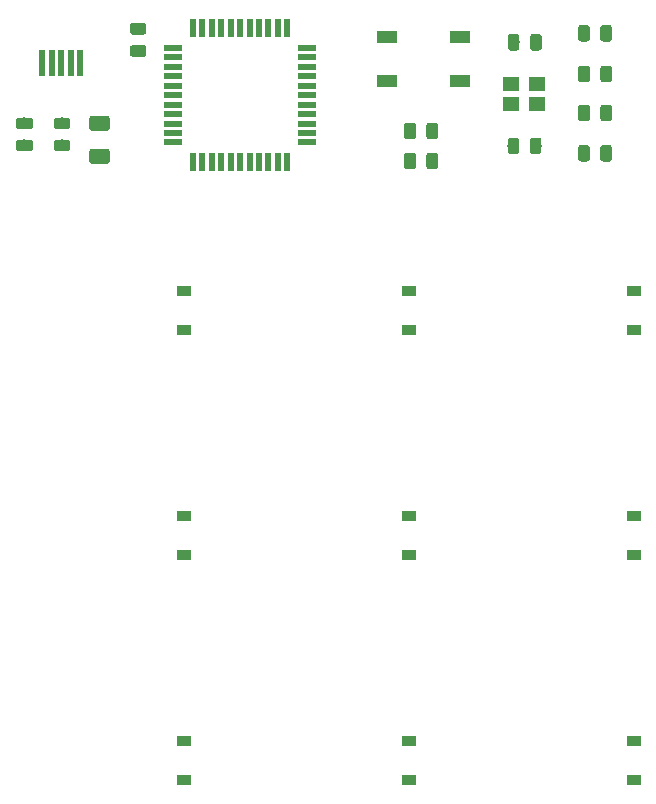
<source format=gtp>
G04 #@! TF.GenerationSoftware,KiCad,Pcbnew,(5.1.2)-2*
G04 #@! TF.CreationDate,2019-08-06T13:22:13-07:00*
G04 #@! TF.ProjectId,first-keyboard,66697273-742d-46b6-9579-626f6172642e,rev?*
G04 #@! TF.SameCoordinates,Original*
G04 #@! TF.FileFunction,Paste,Top*
G04 #@! TF.FilePolarity,Positive*
%FSLAX46Y46*%
G04 Gerber Fmt 4.6, Leading zero omitted, Abs format (unit mm)*
G04 Created by KiCad (PCBNEW (5.1.2)-2) date 2019-08-06 13:22:13*
%MOMM*%
%LPD*%
G04 APERTURE LIST*
%ADD10R,0.500000X2.250000*%
%ADD11R,1.400000X1.200000*%
%ADD12R,1.500000X0.550000*%
%ADD13R,0.550000X1.500000*%
%ADD14R,1.800000X1.100000*%
%ADD15C,0.100000*%
%ADD16C,0.975000*%
%ADD17C,1.250000*%
%ADD18R,1.200000X0.900000*%
G04 APERTURE END LIST*
D10*
X77648000Y-62412000D03*
X78448000Y-62412000D03*
X79248000Y-62412000D03*
X80048000Y-62412000D03*
X80848000Y-62412000D03*
D11*
X119534750Y-65862750D03*
X117334750Y-65862750D03*
X117334750Y-64162750D03*
X119534750Y-64162750D03*
D12*
X88692750Y-69119250D03*
X88692750Y-68319250D03*
X88692750Y-67519250D03*
X88692750Y-66719250D03*
X88692750Y-65919250D03*
X88692750Y-65119250D03*
X88692750Y-64319250D03*
X88692750Y-63519250D03*
X88692750Y-62719250D03*
X88692750Y-61919250D03*
X88692750Y-61119250D03*
D13*
X90392750Y-59419250D03*
X91192750Y-59419250D03*
X91992750Y-59419250D03*
X92792750Y-59419250D03*
X93592750Y-59419250D03*
X94392750Y-59419250D03*
X95192750Y-59419250D03*
X95992750Y-59419250D03*
X96792750Y-59419250D03*
X97592750Y-59419250D03*
X98392750Y-59419250D03*
D12*
X100092750Y-61119250D03*
X100092750Y-61919250D03*
X100092750Y-62719250D03*
X100092750Y-63519250D03*
X100092750Y-64319250D03*
X100092750Y-65119250D03*
X100092750Y-65919250D03*
X100092750Y-66719250D03*
X100092750Y-67519250D03*
X100092750Y-68319250D03*
X100092750Y-69119250D03*
D13*
X98392750Y-70819250D03*
X97592750Y-70819250D03*
X96792750Y-70819250D03*
X95992750Y-70819250D03*
X95192750Y-70819250D03*
X94392750Y-70819250D03*
X93592750Y-70819250D03*
X92792750Y-70819250D03*
X91992750Y-70819250D03*
X91192750Y-70819250D03*
X90392750Y-70819250D03*
D14*
X106786750Y-63889500D03*
X112986750Y-60189500D03*
X106786750Y-60189500D03*
X112986750Y-63889500D03*
D15*
G36*
X86236892Y-59013174D02*
G01*
X86260553Y-59016684D01*
X86283757Y-59022496D01*
X86306279Y-59030554D01*
X86327903Y-59040782D01*
X86348420Y-59053079D01*
X86367633Y-59067329D01*
X86385357Y-59083393D01*
X86401421Y-59101117D01*
X86415671Y-59120330D01*
X86427968Y-59140847D01*
X86438196Y-59162471D01*
X86446254Y-59184993D01*
X86452066Y-59208197D01*
X86455576Y-59231858D01*
X86456750Y-59255750D01*
X86456750Y-59743250D01*
X86455576Y-59767142D01*
X86452066Y-59790803D01*
X86446254Y-59814007D01*
X86438196Y-59836529D01*
X86427968Y-59858153D01*
X86415671Y-59878670D01*
X86401421Y-59897883D01*
X86385357Y-59915607D01*
X86367633Y-59931671D01*
X86348420Y-59945921D01*
X86327903Y-59958218D01*
X86306279Y-59968446D01*
X86283757Y-59976504D01*
X86260553Y-59982316D01*
X86236892Y-59985826D01*
X86213000Y-59987000D01*
X85300500Y-59987000D01*
X85276608Y-59985826D01*
X85252947Y-59982316D01*
X85229743Y-59976504D01*
X85207221Y-59968446D01*
X85185597Y-59958218D01*
X85165080Y-59945921D01*
X85145867Y-59931671D01*
X85128143Y-59915607D01*
X85112079Y-59897883D01*
X85097829Y-59878670D01*
X85085532Y-59858153D01*
X85075304Y-59836529D01*
X85067246Y-59814007D01*
X85061434Y-59790803D01*
X85057924Y-59767142D01*
X85056750Y-59743250D01*
X85056750Y-59255750D01*
X85057924Y-59231858D01*
X85061434Y-59208197D01*
X85067246Y-59184993D01*
X85075304Y-59162471D01*
X85085532Y-59140847D01*
X85097829Y-59120330D01*
X85112079Y-59101117D01*
X85128143Y-59083393D01*
X85145867Y-59067329D01*
X85165080Y-59053079D01*
X85185597Y-59040782D01*
X85207221Y-59030554D01*
X85229743Y-59022496D01*
X85252947Y-59016684D01*
X85276608Y-59013174D01*
X85300500Y-59012000D01*
X86213000Y-59012000D01*
X86236892Y-59013174D01*
X86236892Y-59013174D01*
G37*
D16*
X85756750Y-59499500D03*
D15*
G36*
X86236892Y-60888174D02*
G01*
X86260553Y-60891684D01*
X86283757Y-60897496D01*
X86306279Y-60905554D01*
X86327903Y-60915782D01*
X86348420Y-60928079D01*
X86367633Y-60942329D01*
X86385357Y-60958393D01*
X86401421Y-60976117D01*
X86415671Y-60995330D01*
X86427968Y-61015847D01*
X86438196Y-61037471D01*
X86446254Y-61059993D01*
X86452066Y-61083197D01*
X86455576Y-61106858D01*
X86456750Y-61130750D01*
X86456750Y-61618250D01*
X86455576Y-61642142D01*
X86452066Y-61665803D01*
X86446254Y-61689007D01*
X86438196Y-61711529D01*
X86427968Y-61733153D01*
X86415671Y-61753670D01*
X86401421Y-61772883D01*
X86385357Y-61790607D01*
X86367633Y-61806671D01*
X86348420Y-61820921D01*
X86327903Y-61833218D01*
X86306279Y-61843446D01*
X86283757Y-61851504D01*
X86260553Y-61857316D01*
X86236892Y-61860826D01*
X86213000Y-61862000D01*
X85300500Y-61862000D01*
X85276608Y-61860826D01*
X85252947Y-61857316D01*
X85229743Y-61851504D01*
X85207221Y-61843446D01*
X85185597Y-61833218D01*
X85165080Y-61820921D01*
X85145867Y-61806671D01*
X85128143Y-61790607D01*
X85112079Y-61772883D01*
X85097829Y-61753670D01*
X85085532Y-61733153D01*
X85075304Y-61711529D01*
X85067246Y-61689007D01*
X85061434Y-61665803D01*
X85057924Y-61642142D01*
X85056750Y-61618250D01*
X85056750Y-61130750D01*
X85057924Y-61106858D01*
X85061434Y-61083197D01*
X85067246Y-61059993D01*
X85075304Y-61037471D01*
X85085532Y-61015847D01*
X85097829Y-60995330D01*
X85112079Y-60976117D01*
X85128143Y-60958393D01*
X85145867Y-60942329D01*
X85165080Y-60928079D01*
X85185597Y-60915782D01*
X85207221Y-60905554D01*
X85229743Y-60897496D01*
X85252947Y-60891684D01*
X85276608Y-60888174D01*
X85300500Y-60887000D01*
X86213000Y-60887000D01*
X86236892Y-60888174D01*
X86236892Y-60888174D01*
G37*
D16*
X85756750Y-61374500D03*
D15*
G36*
X109041392Y-67436674D02*
G01*
X109065053Y-67440184D01*
X109088257Y-67445996D01*
X109110779Y-67454054D01*
X109132403Y-67464282D01*
X109152920Y-67476579D01*
X109172133Y-67490829D01*
X109189857Y-67506893D01*
X109205921Y-67524617D01*
X109220171Y-67543830D01*
X109232468Y-67564347D01*
X109242696Y-67585971D01*
X109250754Y-67608493D01*
X109256566Y-67631697D01*
X109260076Y-67655358D01*
X109261250Y-67679250D01*
X109261250Y-68591750D01*
X109260076Y-68615642D01*
X109256566Y-68639303D01*
X109250754Y-68662507D01*
X109242696Y-68685029D01*
X109232468Y-68706653D01*
X109220171Y-68727170D01*
X109205921Y-68746383D01*
X109189857Y-68764107D01*
X109172133Y-68780171D01*
X109152920Y-68794421D01*
X109132403Y-68806718D01*
X109110779Y-68816946D01*
X109088257Y-68825004D01*
X109065053Y-68830816D01*
X109041392Y-68834326D01*
X109017500Y-68835500D01*
X108530000Y-68835500D01*
X108506108Y-68834326D01*
X108482447Y-68830816D01*
X108459243Y-68825004D01*
X108436721Y-68816946D01*
X108415097Y-68806718D01*
X108394580Y-68794421D01*
X108375367Y-68780171D01*
X108357643Y-68764107D01*
X108341579Y-68746383D01*
X108327329Y-68727170D01*
X108315032Y-68706653D01*
X108304804Y-68685029D01*
X108296746Y-68662507D01*
X108290934Y-68639303D01*
X108287424Y-68615642D01*
X108286250Y-68591750D01*
X108286250Y-67679250D01*
X108287424Y-67655358D01*
X108290934Y-67631697D01*
X108296746Y-67608493D01*
X108304804Y-67585971D01*
X108315032Y-67564347D01*
X108327329Y-67543830D01*
X108341579Y-67524617D01*
X108357643Y-67506893D01*
X108375367Y-67490829D01*
X108394580Y-67476579D01*
X108415097Y-67464282D01*
X108436721Y-67454054D01*
X108459243Y-67445996D01*
X108482447Y-67440184D01*
X108506108Y-67436674D01*
X108530000Y-67435500D01*
X109017500Y-67435500D01*
X109041392Y-67436674D01*
X109041392Y-67436674D01*
G37*
D16*
X108773750Y-68135500D03*
D15*
G36*
X110916392Y-67436674D02*
G01*
X110940053Y-67440184D01*
X110963257Y-67445996D01*
X110985779Y-67454054D01*
X111007403Y-67464282D01*
X111027920Y-67476579D01*
X111047133Y-67490829D01*
X111064857Y-67506893D01*
X111080921Y-67524617D01*
X111095171Y-67543830D01*
X111107468Y-67564347D01*
X111117696Y-67585971D01*
X111125754Y-67608493D01*
X111131566Y-67631697D01*
X111135076Y-67655358D01*
X111136250Y-67679250D01*
X111136250Y-68591750D01*
X111135076Y-68615642D01*
X111131566Y-68639303D01*
X111125754Y-68662507D01*
X111117696Y-68685029D01*
X111107468Y-68706653D01*
X111095171Y-68727170D01*
X111080921Y-68746383D01*
X111064857Y-68764107D01*
X111047133Y-68780171D01*
X111027920Y-68794421D01*
X111007403Y-68806718D01*
X110985779Y-68816946D01*
X110963257Y-68825004D01*
X110940053Y-68830816D01*
X110916392Y-68834326D01*
X110892500Y-68835500D01*
X110405000Y-68835500D01*
X110381108Y-68834326D01*
X110357447Y-68830816D01*
X110334243Y-68825004D01*
X110311721Y-68816946D01*
X110290097Y-68806718D01*
X110269580Y-68794421D01*
X110250367Y-68780171D01*
X110232643Y-68764107D01*
X110216579Y-68746383D01*
X110202329Y-68727170D01*
X110190032Y-68706653D01*
X110179804Y-68685029D01*
X110171746Y-68662507D01*
X110165934Y-68639303D01*
X110162424Y-68615642D01*
X110161250Y-68591750D01*
X110161250Y-67679250D01*
X110162424Y-67655358D01*
X110165934Y-67631697D01*
X110171746Y-67608493D01*
X110179804Y-67585971D01*
X110190032Y-67564347D01*
X110202329Y-67543830D01*
X110216579Y-67524617D01*
X110232643Y-67506893D01*
X110250367Y-67490829D01*
X110269580Y-67476579D01*
X110290097Y-67464282D01*
X110311721Y-67454054D01*
X110334243Y-67445996D01*
X110357447Y-67440184D01*
X110381108Y-67436674D01*
X110405000Y-67435500D01*
X110892500Y-67435500D01*
X110916392Y-67436674D01*
X110916392Y-67436674D01*
G37*
D16*
X110648750Y-68135500D03*
D15*
G36*
X79791642Y-68889174D02*
G01*
X79815303Y-68892684D01*
X79838507Y-68898496D01*
X79861029Y-68906554D01*
X79882653Y-68916782D01*
X79903170Y-68929079D01*
X79922383Y-68943329D01*
X79940107Y-68959393D01*
X79956171Y-68977117D01*
X79970421Y-68996330D01*
X79982718Y-69016847D01*
X79992946Y-69038471D01*
X80001004Y-69060993D01*
X80006816Y-69084197D01*
X80010326Y-69107858D01*
X80011500Y-69131750D01*
X80011500Y-69619250D01*
X80010326Y-69643142D01*
X80006816Y-69666803D01*
X80001004Y-69690007D01*
X79992946Y-69712529D01*
X79982718Y-69734153D01*
X79970421Y-69754670D01*
X79956171Y-69773883D01*
X79940107Y-69791607D01*
X79922383Y-69807671D01*
X79903170Y-69821921D01*
X79882653Y-69834218D01*
X79861029Y-69844446D01*
X79838507Y-69852504D01*
X79815303Y-69858316D01*
X79791642Y-69861826D01*
X79767750Y-69863000D01*
X78855250Y-69863000D01*
X78831358Y-69861826D01*
X78807697Y-69858316D01*
X78784493Y-69852504D01*
X78761971Y-69844446D01*
X78740347Y-69834218D01*
X78719830Y-69821921D01*
X78700617Y-69807671D01*
X78682893Y-69791607D01*
X78666829Y-69773883D01*
X78652579Y-69754670D01*
X78640282Y-69734153D01*
X78630054Y-69712529D01*
X78621996Y-69690007D01*
X78616184Y-69666803D01*
X78612674Y-69643142D01*
X78611500Y-69619250D01*
X78611500Y-69131750D01*
X78612674Y-69107858D01*
X78616184Y-69084197D01*
X78621996Y-69060993D01*
X78630054Y-69038471D01*
X78640282Y-69016847D01*
X78652579Y-68996330D01*
X78666829Y-68977117D01*
X78682893Y-68959393D01*
X78700617Y-68943329D01*
X78719830Y-68929079D01*
X78740347Y-68916782D01*
X78761971Y-68906554D01*
X78784493Y-68898496D01*
X78807697Y-68892684D01*
X78831358Y-68889174D01*
X78855250Y-68888000D01*
X79767750Y-68888000D01*
X79791642Y-68889174D01*
X79791642Y-68889174D01*
G37*
D16*
X79311500Y-69375500D03*
D15*
G36*
X79791642Y-67014174D02*
G01*
X79815303Y-67017684D01*
X79838507Y-67023496D01*
X79861029Y-67031554D01*
X79882653Y-67041782D01*
X79903170Y-67054079D01*
X79922383Y-67068329D01*
X79940107Y-67084393D01*
X79956171Y-67102117D01*
X79970421Y-67121330D01*
X79982718Y-67141847D01*
X79992946Y-67163471D01*
X80001004Y-67185993D01*
X80006816Y-67209197D01*
X80010326Y-67232858D01*
X80011500Y-67256750D01*
X80011500Y-67744250D01*
X80010326Y-67768142D01*
X80006816Y-67791803D01*
X80001004Y-67815007D01*
X79992946Y-67837529D01*
X79982718Y-67859153D01*
X79970421Y-67879670D01*
X79956171Y-67898883D01*
X79940107Y-67916607D01*
X79922383Y-67932671D01*
X79903170Y-67946921D01*
X79882653Y-67959218D01*
X79861029Y-67969446D01*
X79838507Y-67977504D01*
X79815303Y-67983316D01*
X79791642Y-67986826D01*
X79767750Y-67988000D01*
X78855250Y-67988000D01*
X78831358Y-67986826D01*
X78807697Y-67983316D01*
X78784493Y-67977504D01*
X78761971Y-67969446D01*
X78740347Y-67959218D01*
X78719830Y-67946921D01*
X78700617Y-67932671D01*
X78682893Y-67916607D01*
X78666829Y-67898883D01*
X78652579Y-67879670D01*
X78640282Y-67859153D01*
X78630054Y-67837529D01*
X78621996Y-67815007D01*
X78616184Y-67791803D01*
X78612674Y-67768142D01*
X78611500Y-67744250D01*
X78611500Y-67256750D01*
X78612674Y-67232858D01*
X78616184Y-67209197D01*
X78621996Y-67185993D01*
X78630054Y-67163471D01*
X78640282Y-67141847D01*
X78652579Y-67121330D01*
X78666829Y-67102117D01*
X78682893Y-67084393D01*
X78700617Y-67068329D01*
X78719830Y-67054079D01*
X78740347Y-67041782D01*
X78761971Y-67031554D01*
X78784493Y-67023496D01*
X78807697Y-67017684D01*
X78831358Y-67014174D01*
X78855250Y-67013000D01*
X79767750Y-67013000D01*
X79791642Y-67014174D01*
X79791642Y-67014174D01*
G37*
D16*
X79311500Y-67500500D03*
D15*
G36*
X76616642Y-68889174D02*
G01*
X76640303Y-68892684D01*
X76663507Y-68898496D01*
X76686029Y-68906554D01*
X76707653Y-68916782D01*
X76728170Y-68929079D01*
X76747383Y-68943329D01*
X76765107Y-68959393D01*
X76781171Y-68977117D01*
X76795421Y-68996330D01*
X76807718Y-69016847D01*
X76817946Y-69038471D01*
X76826004Y-69060993D01*
X76831816Y-69084197D01*
X76835326Y-69107858D01*
X76836500Y-69131750D01*
X76836500Y-69619250D01*
X76835326Y-69643142D01*
X76831816Y-69666803D01*
X76826004Y-69690007D01*
X76817946Y-69712529D01*
X76807718Y-69734153D01*
X76795421Y-69754670D01*
X76781171Y-69773883D01*
X76765107Y-69791607D01*
X76747383Y-69807671D01*
X76728170Y-69821921D01*
X76707653Y-69834218D01*
X76686029Y-69844446D01*
X76663507Y-69852504D01*
X76640303Y-69858316D01*
X76616642Y-69861826D01*
X76592750Y-69863000D01*
X75680250Y-69863000D01*
X75656358Y-69861826D01*
X75632697Y-69858316D01*
X75609493Y-69852504D01*
X75586971Y-69844446D01*
X75565347Y-69834218D01*
X75544830Y-69821921D01*
X75525617Y-69807671D01*
X75507893Y-69791607D01*
X75491829Y-69773883D01*
X75477579Y-69754670D01*
X75465282Y-69734153D01*
X75455054Y-69712529D01*
X75446996Y-69690007D01*
X75441184Y-69666803D01*
X75437674Y-69643142D01*
X75436500Y-69619250D01*
X75436500Y-69131750D01*
X75437674Y-69107858D01*
X75441184Y-69084197D01*
X75446996Y-69060993D01*
X75455054Y-69038471D01*
X75465282Y-69016847D01*
X75477579Y-68996330D01*
X75491829Y-68977117D01*
X75507893Y-68959393D01*
X75525617Y-68943329D01*
X75544830Y-68929079D01*
X75565347Y-68916782D01*
X75586971Y-68906554D01*
X75609493Y-68898496D01*
X75632697Y-68892684D01*
X75656358Y-68889174D01*
X75680250Y-68888000D01*
X76592750Y-68888000D01*
X76616642Y-68889174D01*
X76616642Y-68889174D01*
G37*
D16*
X76136500Y-69375500D03*
D15*
G36*
X76616642Y-67014174D02*
G01*
X76640303Y-67017684D01*
X76663507Y-67023496D01*
X76686029Y-67031554D01*
X76707653Y-67041782D01*
X76728170Y-67054079D01*
X76747383Y-67068329D01*
X76765107Y-67084393D01*
X76781171Y-67102117D01*
X76795421Y-67121330D01*
X76807718Y-67141847D01*
X76817946Y-67163471D01*
X76826004Y-67185993D01*
X76831816Y-67209197D01*
X76835326Y-67232858D01*
X76836500Y-67256750D01*
X76836500Y-67744250D01*
X76835326Y-67768142D01*
X76831816Y-67791803D01*
X76826004Y-67815007D01*
X76817946Y-67837529D01*
X76807718Y-67859153D01*
X76795421Y-67879670D01*
X76781171Y-67898883D01*
X76765107Y-67916607D01*
X76747383Y-67932671D01*
X76728170Y-67946921D01*
X76707653Y-67959218D01*
X76686029Y-67969446D01*
X76663507Y-67977504D01*
X76640303Y-67983316D01*
X76616642Y-67986826D01*
X76592750Y-67988000D01*
X75680250Y-67988000D01*
X75656358Y-67986826D01*
X75632697Y-67983316D01*
X75609493Y-67977504D01*
X75586971Y-67969446D01*
X75565347Y-67959218D01*
X75544830Y-67946921D01*
X75525617Y-67932671D01*
X75507893Y-67916607D01*
X75491829Y-67898883D01*
X75477579Y-67879670D01*
X75465282Y-67859153D01*
X75455054Y-67837529D01*
X75446996Y-67815007D01*
X75441184Y-67791803D01*
X75437674Y-67768142D01*
X75436500Y-67744250D01*
X75436500Y-67256750D01*
X75437674Y-67232858D01*
X75441184Y-67209197D01*
X75446996Y-67185993D01*
X75455054Y-67163471D01*
X75465282Y-67141847D01*
X75477579Y-67121330D01*
X75491829Y-67102117D01*
X75507893Y-67084393D01*
X75525617Y-67068329D01*
X75544830Y-67054079D01*
X75565347Y-67041782D01*
X75586971Y-67031554D01*
X75609493Y-67023496D01*
X75632697Y-67017684D01*
X75656358Y-67014174D01*
X75680250Y-67013000D01*
X76592750Y-67013000D01*
X76616642Y-67014174D01*
X76616642Y-67014174D01*
G37*
D16*
X76136500Y-67500500D03*
D15*
G36*
X83136004Y-69676704D02*
G01*
X83160273Y-69680304D01*
X83184071Y-69686265D01*
X83207171Y-69694530D01*
X83229349Y-69705020D01*
X83250393Y-69717633D01*
X83270098Y-69732247D01*
X83288277Y-69748723D01*
X83304753Y-69766902D01*
X83319367Y-69786607D01*
X83331980Y-69807651D01*
X83342470Y-69829829D01*
X83350735Y-69852929D01*
X83356696Y-69876727D01*
X83360296Y-69900996D01*
X83361500Y-69925500D01*
X83361500Y-70675500D01*
X83360296Y-70700004D01*
X83356696Y-70724273D01*
X83350735Y-70748071D01*
X83342470Y-70771171D01*
X83331980Y-70793349D01*
X83319367Y-70814393D01*
X83304753Y-70834098D01*
X83288277Y-70852277D01*
X83270098Y-70868753D01*
X83250393Y-70883367D01*
X83229349Y-70895980D01*
X83207171Y-70906470D01*
X83184071Y-70914735D01*
X83160273Y-70920696D01*
X83136004Y-70924296D01*
X83111500Y-70925500D01*
X81861500Y-70925500D01*
X81836996Y-70924296D01*
X81812727Y-70920696D01*
X81788929Y-70914735D01*
X81765829Y-70906470D01*
X81743651Y-70895980D01*
X81722607Y-70883367D01*
X81702902Y-70868753D01*
X81684723Y-70852277D01*
X81668247Y-70834098D01*
X81653633Y-70814393D01*
X81641020Y-70793349D01*
X81630530Y-70771171D01*
X81622265Y-70748071D01*
X81616304Y-70724273D01*
X81612704Y-70700004D01*
X81611500Y-70675500D01*
X81611500Y-69925500D01*
X81612704Y-69900996D01*
X81616304Y-69876727D01*
X81622265Y-69852929D01*
X81630530Y-69829829D01*
X81641020Y-69807651D01*
X81653633Y-69786607D01*
X81668247Y-69766902D01*
X81684723Y-69748723D01*
X81702902Y-69732247D01*
X81722607Y-69717633D01*
X81743651Y-69705020D01*
X81765829Y-69694530D01*
X81788929Y-69686265D01*
X81812727Y-69680304D01*
X81836996Y-69676704D01*
X81861500Y-69675500D01*
X83111500Y-69675500D01*
X83136004Y-69676704D01*
X83136004Y-69676704D01*
G37*
D17*
X82486500Y-70300500D03*
D15*
G36*
X83136004Y-66876704D02*
G01*
X83160273Y-66880304D01*
X83184071Y-66886265D01*
X83207171Y-66894530D01*
X83229349Y-66905020D01*
X83250393Y-66917633D01*
X83270098Y-66932247D01*
X83288277Y-66948723D01*
X83304753Y-66966902D01*
X83319367Y-66986607D01*
X83331980Y-67007651D01*
X83342470Y-67029829D01*
X83350735Y-67052929D01*
X83356696Y-67076727D01*
X83360296Y-67100996D01*
X83361500Y-67125500D01*
X83361500Y-67875500D01*
X83360296Y-67900004D01*
X83356696Y-67924273D01*
X83350735Y-67948071D01*
X83342470Y-67971171D01*
X83331980Y-67993349D01*
X83319367Y-68014393D01*
X83304753Y-68034098D01*
X83288277Y-68052277D01*
X83270098Y-68068753D01*
X83250393Y-68083367D01*
X83229349Y-68095980D01*
X83207171Y-68106470D01*
X83184071Y-68114735D01*
X83160273Y-68120696D01*
X83136004Y-68124296D01*
X83111500Y-68125500D01*
X81861500Y-68125500D01*
X81836996Y-68124296D01*
X81812727Y-68120696D01*
X81788929Y-68114735D01*
X81765829Y-68106470D01*
X81743651Y-68095980D01*
X81722607Y-68083367D01*
X81702902Y-68068753D01*
X81684723Y-68052277D01*
X81668247Y-68034098D01*
X81653633Y-68014393D01*
X81641020Y-67993349D01*
X81630530Y-67971171D01*
X81622265Y-67948071D01*
X81616304Y-67924273D01*
X81612704Y-67900004D01*
X81611500Y-67875500D01*
X81611500Y-67125500D01*
X81612704Y-67100996D01*
X81616304Y-67076727D01*
X81622265Y-67052929D01*
X81630530Y-67029829D01*
X81641020Y-67007651D01*
X81653633Y-66986607D01*
X81668247Y-66966902D01*
X81684723Y-66948723D01*
X81702902Y-66932247D01*
X81722607Y-66917633D01*
X81743651Y-66905020D01*
X81765829Y-66894530D01*
X81788929Y-66886265D01*
X81812727Y-66880304D01*
X81836996Y-66876704D01*
X81861500Y-66875500D01*
X83111500Y-66875500D01*
X83136004Y-66876704D01*
X83136004Y-66876704D01*
G37*
D17*
X82486500Y-67500500D03*
D18*
X127730250Y-123063000D03*
X127730250Y-119763000D03*
X127730250Y-104013000D03*
X127730250Y-100713000D03*
X127730250Y-84963000D03*
X127730250Y-81663000D03*
X108680250Y-123063000D03*
X108680250Y-119763000D03*
X89630250Y-123063000D03*
X89630250Y-119763000D03*
X108680250Y-104013000D03*
X108680250Y-100713000D03*
X108680250Y-84963000D03*
X108680250Y-81663000D03*
X89630250Y-104013000D03*
X89630250Y-100713000D03*
X89630250Y-84963000D03*
X89630250Y-81663000D03*
D15*
G36*
X125648392Y-69341674D02*
G01*
X125672053Y-69345184D01*
X125695257Y-69350996D01*
X125717779Y-69359054D01*
X125739403Y-69369282D01*
X125759920Y-69381579D01*
X125779133Y-69395829D01*
X125796857Y-69411893D01*
X125812921Y-69429617D01*
X125827171Y-69448830D01*
X125839468Y-69469347D01*
X125849696Y-69490971D01*
X125857754Y-69513493D01*
X125863566Y-69536697D01*
X125867076Y-69560358D01*
X125868250Y-69584250D01*
X125868250Y-70496750D01*
X125867076Y-70520642D01*
X125863566Y-70544303D01*
X125857754Y-70567507D01*
X125849696Y-70590029D01*
X125839468Y-70611653D01*
X125827171Y-70632170D01*
X125812921Y-70651383D01*
X125796857Y-70669107D01*
X125779133Y-70685171D01*
X125759920Y-70699421D01*
X125739403Y-70711718D01*
X125717779Y-70721946D01*
X125695257Y-70730004D01*
X125672053Y-70735816D01*
X125648392Y-70739326D01*
X125624500Y-70740500D01*
X125137000Y-70740500D01*
X125113108Y-70739326D01*
X125089447Y-70735816D01*
X125066243Y-70730004D01*
X125043721Y-70721946D01*
X125022097Y-70711718D01*
X125001580Y-70699421D01*
X124982367Y-70685171D01*
X124964643Y-70669107D01*
X124948579Y-70651383D01*
X124934329Y-70632170D01*
X124922032Y-70611653D01*
X124911804Y-70590029D01*
X124903746Y-70567507D01*
X124897934Y-70544303D01*
X124894424Y-70520642D01*
X124893250Y-70496750D01*
X124893250Y-69584250D01*
X124894424Y-69560358D01*
X124897934Y-69536697D01*
X124903746Y-69513493D01*
X124911804Y-69490971D01*
X124922032Y-69469347D01*
X124934329Y-69448830D01*
X124948579Y-69429617D01*
X124964643Y-69411893D01*
X124982367Y-69395829D01*
X125001580Y-69381579D01*
X125022097Y-69369282D01*
X125043721Y-69359054D01*
X125066243Y-69350996D01*
X125089447Y-69345184D01*
X125113108Y-69341674D01*
X125137000Y-69340500D01*
X125624500Y-69340500D01*
X125648392Y-69341674D01*
X125648392Y-69341674D01*
G37*
D16*
X125380750Y-70040500D03*
D15*
G36*
X123773392Y-69341674D02*
G01*
X123797053Y-69345184D01*
X123820257Y-69350996D01*
X123842779Y-69359054D01*
X123864403Y-69369282D01*
X123884920Y-69381579D01*
X123904133Y-69395829D01*
X123921857Y-69411893D01*
X123937921Y-69429617D01*
X123952171Y-69448830D01*
X123964468Y-69469347D01*
X123974696Y-69490971D01*
X123982754Y-69513493D01*
X123988566Y-69536697D01*
X123992076Y-69560358D01*
X123993250Y-69584250D01*
X123993250Y-70496750D01*
X123992076Y-70520642D01*
X123988566Y-70544303D01*
X123982754Y-70567507D01*
X123974696Y-70590029D01*
X123964468Y-70611653D01*
X123952171Y-70632170D01*
X123937921Y-70651383D01*
X123921857Y-70669107D01*
X123904133Y-70685171D01*
X123884920Y-70699421D01*
X123864403Y-70711718D01*
X123842779Y-70721946D01*
X123820257Y-70730004D01*
X123797053Y-70735816D01*
X123773392Y-70739326D01*
X123749500Y-70740500D01*
X123262000Y-70740500D01*
X123238108Y-70739326D01*
X123214447Y-70735816D01*
X123191243Y-70730004D01*
X123168721Y-70721946D01*
X123147097Y-70711718D01*
X123126580Y-70699421D01*
X123107367Y-70685171D01*
X123089643Y-70669107D01*
X123073579Y-70651383D01*
X123059329Y-70632170D01*
X123047032Y-70611653D01*
X123036804Y-70590029D01*
X123028746Y-70567507D01*
X123022934Y-70544303D01*
X123019424Y-70520642D01*
X123018250Y-70496750D01*
X123018250Y-69584250D01*
X123019424Y-69560358D01*
X123022934Y-69536697D01*
X123028746Y-69513493D01*
X123036804Y-69490971D01*
X123047032Y-69469347D01*
X123059329Y-69448830D01*
X123073579Y-69429617D01*
X123089643Y-69411893D01*
X123107367Y-69395829D01*
X123126580Y-69381579D01*
X123147097Y-69369282D01*
X123168721Y-69359054D01*
X123191243Y-69350996D01*
X123214447Y-69345184D01*
X123238108Y-69341674D01*
X123262000Y-69340500D01*
X123749500Y-69340500D01*
X123773392Y-69341674D01*
X123773392Y-69341674D01*
G37*
D16*
X123505750Y-70040500D03*
D15*
G36*
X109041392Y-69976674D02*
G01*
X109065053Y-69980184D01*
X109088257Y-69985996D01*
X109110779Y-69994054D01*
X109132403Y-70004282D01*
X109152920Y-70016579D01*
X109172133Y-70030829D01*
X109189857Y-70046893D01*
X109205921Y-70064617D01*
X109220171Y-70083830D01*
X109232468Y-70104347D01*
X109242696Y-70125971D01*
X109250754Y-70148493D01*
X109256566Y-70171697D01*
X109260076Y-70195358D01*
X109261250Y-70219250D01*
X109261250Y-71131750D01*
X109260076Y-71155642D01*
X109256566Y-71179303D01*
X109250754Y-71202507D01*
X109242696Y-71225029D01*
X109232468Y-71246653D01*
X109220171Y-71267170D01*
X109205921Y-71286383D01*
X109189857Y-71304107D01*
X109172133Y-71320171D01*
X109152920Y-71334421D01*
X109132403Y-71346718D01*
X109110779Y-71356946D01*
X109088257Y-71365004D01*
X109065053Y-71370816D01*
X109041392Y-71374326D01*
X109017500Y-71375500D01*
X108530000Y-71375500D01*
X108506108Y-71374326D01*
X108482447Y-71370816D01*
X108459243Y-71365004D01*
X108436721Y-71356946D01*
X108415097Y-71346718D01*
X108394580Y-71334421D01*
X108375367Y-71320171D01*
X108357643Y-71304107D01*
X108341579Y-71286383D01*
X108327329Y-71267170D01*
X108315032Y-71246653D01*
X108304804Y-71225029D01*
X108296746Y-71202507D01*
X108290934Y-71179303D01*
X108287424Y-71155642D01*
X108286250Y-71131750D01*
X108286250Y-70219250D01*
X108287424Y-70195358D01*
X108290934Y-70171697D01*
X108296746Y-70148493D01*
X108304804Y-70125971D01*
X108315032Y-70104347D01*
X108327329Y-70083830D01*
X108341579Y-70064617D01*
X108357643Y-70046893D01*
X108375367Y-70030829D01*
X108394580Y-70016579D01*
X108415097Y-70004282D01*
X108436721Y-69994054D01*
X108459243Y-69985996D01*
X108482447Y-69980184D01*
X108506108Y-69976674D01*
X108530000Y-69975500D01*
X109017500Y-69975500D01*
X109041392Y-69976674D01*
X109041392Y-69976674D01*
G37*
D16*
X108773750Y-70675500D03*
D15*
G36*
X110916392Y-69976674D02*
G01*
X110940053Y-69980184D01*
X110963257Y-69985996D01*
X110985779Y-69994054D01*
X111007403Y-70004282D01*
X111027920Y-70016579D01*
X111047133Y-70030829D01*
X111064857Y-70046893D01*
X111080921Y-70064617D01*
X111095171Y-70083830D01*
X111107468Y-70104347D01*
X111117696Y-70125971D01*
X111125754Y-70148493D01*
X111131566Y-70171697D01*
X111135076Y-70195358D01*
X111136250Y-70219250D01*
X111136250Y-71131750D01*
X111135076Y-71155642D01*
X111131566Y-71179303D01*
X111125754Y-71202507D01*
X111117696Y-71225029D01*
X111107468Y-71246653D01*
X111095171Y-71267170D01*
X111080921Y-71286383D01*
X111064857Y-71304107D01*
X111047133Y-71320171D01*
X111027920Y-71334421D01*
X111007403Y-71346718D01*
X110985779Y-71356946D01*
X110963257Y-71365004D01*
X110940053Y-71370816D01*
X110916392Y-71374326D01*
X110892500Y-71375500D01*
X110405000Y-71375500D01*
X110381108Y-71374326D01*
X110357447Y-71370816D01*
X110334243Y-71365004D01*
X110311721Y-71356946D01*
X110290097Y-71346718D01*
X110269580Y-71334421D01*
X110250367Y-71320171D01*
X110232643Y-71304107D01*
X110216579Y-71286383D01*
X110202329Y-71267170D01*
X110190032Y-71246653D01*
X110179804Y-71225029D01*
X110171746Y-71202507D01*
X110165934Y-71179303D01*
X110162424Y-71155642D01*
X110161250Y-71131750D01*
X110161250Y-70219250D01*
X110162424Y-70195358D01*
X110165934Y-70171697D01*
X110171746Y-70148493D01*
X110179804Y-70125971D01*
X110190032Y-70104347D01*
X110202329Y-70083830D01*
X110216579Y-70064617D01*
X110232643Y-70046893D01*
X110250367Y-70030829D01*
X110269580Y-70016579D01*
X110290097Y-70004282D01*
X110311721Y-69994054D01*
X110334243Y-69985996D01*
X110357447Y-69980184D01*
X110381108Y-69976674D01*
X110405000Y-69975500D01*
X110892500Y-69975500D01*
X110916392Y-69976674D01*
X110916392Y-69976674D01*
G37*
D16*
X110648750Y-70675500D03*
D15*
G36*
X125648392Y-59181674D02*
G01*
X125672053Y-59185184D01*
X125695257Y-59190996D01*
X125717779Y-59199054D01*
X125739403Y-59209282D01*
X125759920Y-59221579D01*
X125779133Y-59235829D01*
X125796857Y-59251893D01*
X125812921Y-59269617D01*
X125827171Y-59288830D01*
X125839468Y-59309347D01*
X125849696Y-59330971D01*
X125857754Y-59353493D01*
X125863566Y-59376697D01*
X125867076Y-59400358D01*
X125868250Y-59424250D01*
X125868250Y-60336750D01*
X125867076Y-60360642D01*
X125863566Y-60384303D01*
X125857754Y-60407507D01*
X125849696Y-60430029D01*
X125839468Y-60451653D01*
X125827171Y-60472170D01*
X125812921Y-60491383D01*
X125796857Y-60509107D01*
X125779133Y-60525171D01*
X125759920Y-60539421D01*
X125739403Y-60551718D01*
X125717779Y-60561946D01*
X125695257Y-60570004D01*
X125672053Y-60575816D01*
X125648392Y-60579326D01*
X125624500Y-60580500D01*
X125137000Y-60580500D01*
X125113108Y-60579326D01*
X125089447Y-60575816D01*
X125066243Y-60570004D01*
X125043721Y-60561946D01*
X125022097Y-60551718D01*
X125001580Y-60539421D01*
X124982367Y-60525171D01*
X124964643Y-60509107D01*
X124948579Y-60491383D01*
X124934329Y-60472170D01*
X124922032Y-60451653D01*
X124911804Y-60430029D01*
X124903746Y-60407507D01*
X124897934Y-60384303D01*
X124894424Y-60360642D01*
X124893250Y-60336750D01*
X124893250Y-59424250D01*
X124894424Y-59400358D01*
X124897934Y-59376697D01*
X124903746Y-59353493D01*
X124911804Y-59330971D01*
X124922032Y-59309347D01*
X124934329Y-59288830D01*
X124948579Y-59269617D01*
X124964643Y-59251893D01*
X124982367Y-59235829D01*
X125001580Y-59221579D01*
X125022097Y-59209282D01*
X125043721Y-59199054D01*
X125066243Y-59190996D01*
X125089447Y-59185184D01*
X125113108Y-59181674D01*
X125137000Y-59180500D01*
X125624500Y-59180500D01*
X125648392Y-59181674D01*
X125648392Y-59181674D01*
G37*
D16*
X125380750Y-59880500D03*
D15*
G36*
X123773392Y-59181674D02*
G01*
X123797053Y-59185184D01*
X123820257Y-59190996D01*
X123842779Y-59199054D01*
X123864403Y-59209282D01*
X123884920Y-59221579D01*
X123904133Y-59235829D01*
X123921857Y-59251893D01*
X123937921Y-59269617D01*
X123952171Y-59288830D01*
X123964468Y-59309347D01*
X123974696Y-59330971D01*
X123982754Y-59353493D01*
X123988566Y-59376697D01*
X123992076Y-59400358D01*
X123993250Y-59424250D01*
X123993250Y-60336750D01*
X123992076Y-60360642D01*
X123988566Y-60384303D01*
X123982754Y-60407507D01*
X123974696Y-60430029D01*
X123964468Y-60451653D01*
X123952171Y-60472170D01*
X123937921Y-60491383D01*
X123921857Y-60509107D01*
X123904133Y-60525171D01*
X123884920Y-60539421D01*
X123864403Y-60551718D01*
X123842779Y-60561946D01*
X123820257Y-60570004D01*
X123797053Y-60575816D01*
X123773392Y-60579326D01*
X123749500Y-60580500D01*
X123262000Y-60580500D01*
X123238108Y-60579326D01*
X123214447Y-60575816D01*
X123191243Y-60570004D01*
X123168721Y-60561946D01*
X123147097Y-60551718D01*
X123126580Y-60539421D01*
X123107367Y-60525171D01*
X123089643Y-60509107D01*
X123073579Y-60491383D01*
X123059329Y-60472170D01*
X123047032Y-60451653D01*
X123036804Y-60430029D01*
X123028746Y-60407507D01*
X123022934Y-60384303D01*
X123019424Y-60360642D01*
X123018250Y-60336750D01*
X123018250Y-59424250D01*
X123019424Y-59400358D01*
X123022934Y-59376697D01*
X123028746Y-59353493D01*
X123036804Y-59330971D01*
X123047032Y-59309347D01*
X123059329Y-59288830D01*
X123073579Y-59269617D01*
X123089643Y-59251893D01*
X123107367Y-59235829D01*
X123126580Y-59221579D01*
X123147097Y-59209282D01*
X123168721Y-59199054D01*
X123191243Y-59190996D01*
X123214447Y-59185184D01*
X123238108Y-59181674D01*
X123262000Y-59180500D01*
X123749500Y-59180500D01*
X123773392Y-59181674D01*
X123773392Y-59181674D01*
G37*
D16*
X123505750Y-59880500D03*
D15*
G36*
X125648392Y-65912674D02*
G01*
X125672053Y-65916184D01*
X125695257Y-65921996D01*
X125717779Y-65930054D01*
X125739403Y-65940282D01*
X125759920Y-65952579D01*
X125779133Y-65966829D01*
X125796857Y-65982893D01*
X125812921Y-66000617D01*
X125827171Y-66019830D01*
X125839468Y-66040347D01*
X125849696Y-66061971D01*
X125857754Y-66084493D01*
X125863566Y-66107697D01*
X125867076Y-66131358D01*
X125868250Y-66155250D01*
X125868250Y-67067750D01*
X125867076Y-67091642D01*
X125863566Y-67115303D01*
X125857754Y-67138507D01*
X125849696Y-67161029D01*
X125839468Y-67182653D01*
X125827171Y-67203170D01*
X125812921Y-67222383D01*
X125796857Y-67240107D01*
X125779133Y-67256171D01*
X125759920Y-67270421D01*
X125739403Y-67282718D01*
X125717779Y-67292946D01*
X125695257Y-67301004D01*
X125672053Y-67306816D01*
X125648392Y-67310326D01*
X125624500Y-67311500D01*
X125137000Y-67311500D01*
X125113108Y-67310326D01*
X125089447Y-67306816D01*
X125066243Y-67301004D01*
X125043721Y-67292946D01*
X125022097Y-67282718D01*
X125001580Y-67270421D01*
X124982367Y-67256171D01*
X124964643Y-67240107D01*
X124948579Y-67222383D01*
X124934329Y-67203170D01*
X124922032Y-67182653D01*
X124911804Y-67161029D01*
X124903746Y-67138507D01*
X124897934Y-67115303D01*
X124894424Y-67091642D01*
X124893250Y-67067750D01*
X124893250Y-66155250D01*
X124894424Y-66131358D01*
X124897934Y-66107697D01*
X124903746Y-66084493D01*
X124911804Y-66061971D01*
X124922032Y-66040347D01*
X124934329Y-66019830D01*
X124948579Y-66000617D01*
X124964643Y-65982893D01*
X124982367Y-65966829D01*
X125001580Y-65952579D01*
X125022097Y-65940282D01*
X125043721Y-65930054D01*
X125066243Y-65921996D01*
X125089447Y-65916184D01*
X125113108Y-65912674D01*
X125137000Y-65911500D01*
X125624500Y-65911500D01*
X125648392Y-65912674D01*
X125648392Y-65912674D01*
G37*
D16*
X125380750Y-66611500D03*
D15*
G36*
X123773392Y-65912674D02*
G01*
X123797053Y-65916184D01*
X123820257Y-65921996D01*
X123842779Y-65930054D01*
X123864403Y-65940282D01*
X123884920Y-65952579D01*
X123904133Y-65966829D01*
X123921857Y-65982893D01*
X123937921Y-66000617D01*
X123952171Y-66019830D01*
X123964468Y-66040347D01*
X123974696Y-66061971D01*
X123982754Y-66084493D01*
X123988566Y-66107697D01*
X123992076Y-66131358D01*
X123993250Y-66155250D01*
X123993250Y-67067750D01*
X123992076Y-67091642D01*
X123988566Y-67115303D01*
X123982754Y-67138507D01*
X123974696Y-67161029D01*
X123964468Y-67182653D01*
X123952171Y-67203170D01*
X123937921Y-67222383D01*
X123921857Y-67240107D01*
X123904133Y-67256171D01*
X123884920Y-67270421D01*
X123864403Y-67282718D01*
X123842779Y-67292946D01*
X123820257Y-67301004D01*
X123797053Y-67306816D01*
X123773392Y-67310326D01*
X123749500Y-67311500D01*
X123262000Y-67311500D01*
X123238108Y-67310326D01*
X123214447Y-67306816D01*
X123191243Y-67301004D01*
X123168721Y-67292946D01*
X123147097Y-67282718D01*
X123126580Y-67270421D01*
X123107367Y-67256171D01*
X123089643Y-67240107D01*
X123073579Y-67222383D01*
X123059329Y-67203170D01*
X123047032Y-67182653D01*
X123036804Y-67161029D01*
X123028746Y-67138507D01*
X123022934Y-67115303D01*
X123019424Y-67091642D01*
X123018250Y-67067750D01*
X123018250Y-66155250D01*
X123019424Y-66131358D01*
X123022934Y-66107697D01*
X123028746Y-66084493D01*
X123036804Y-66061971D01*
X123047032Y-66040347D01*
X123059329Y-66019830D01*
X123073579Y-66000617D01*
X123089643Y-65982893D01*
X123107367Y-65966829D01*
X123126580Y-65952579D01*
X123147097Y-65940282D01*
X123168721Y-65930054D01*
X123191243Y-65921996D01*
X123214447Y-65916184D01*
X123238108Y-65912674D01*
X123262000Y-65911500D01*
X123749500Y-65911500D01*
X123773392Y-65912674D01*
X123773392Y-65912674D01*
G37*
D16*
X123505750Y-66611500D03*
D15*
G36*
X117821142Y-59943674D02*
G01*
X117844803Y-59947184D01*
X117868007Y-59952996D01*
X117890529Y-59961054D01*
X117912153Y-59971282D01*
X117932670Y-59983579D01*
X117951883Y-59997829D01*
X117969607Y-60013893D01*
X117985671Y-60031617D01*
X117999921Y-60050830D01*
X118012218Y-60071347D01*
X118022446Y-60092971D01*
X118030504Y-60115493D01*
X118036316Y-60138697D01*
X118039826Y-60162358D01*
X118041000Y-60186250D01*
X118041000Y-61098750D01*
X118039826Y-61122642D01*
X118036316Y-61146303D01*
X118030504Y-61169507D01*
X118022446Y-61192029D01*
X118012218Y-61213653D01*
X117999921Y-61234170D01*
X117985671Y-61253383D01*
X117969607Y-61271107D01*
X117951883Y-61287171D01*
X117932670Y-61301421D01*
X117912153Y-61313718D01*
X117890529Y-61323946D01*
X117868007Y-61332004D01*
X117844803Y-61337816D01*
X117821142Y-61341326D01*
X117797250Y-61342500D01*
X117309750Y-61342500D01*
X117285858Y-61341326D01*
X117262197Y-61337816D01*
X117238993Y-61332004D01*
X117216471Y-61323946D01*
X117194847Y-61313718D01*
X117174330Y-61301421D01*
X117155117Y-61287171D01*
X117137393Y-61271107D01*
X117121329Y-61253383D01*
X117107079Y-61234170D01*
X117094782Y-61213653D01*
X117084554Y-61192029D01*
X117076496Y-61169507D01*
X117070684Y-61146303D01*
X117067174Y-61122642D01*
X117066000Y-61098750D01*
X117066000Y-60186250D01*
X117067174Y-60162358D01*
X117070684Y-60138697D01*
X117076496Y-60115493D01*
X117084554Y-60092971D01*
X117094782Y-60071347D01*
X117107079Y-60050830D01*
X117121329Y-60031617D01*
X117137393Y-60013893D01*
X117155117Y-59997829D01*
X117174330Y-59983579D01*
X117194847Y-59971282D01*
X117216471Y-59961054D01*
X117238993Y-59952996D01*
X117262197Y-59947184D01*
X117285858Y-59943674D01*
X117309750Y-59942500D01*
X117797250Y-59942500D01*
X117821142Y-59943674D01*
X117821142Y-59943674D01*
G37*
D16*
X117553500Y-60642500D03*
D15*
G36*
X119696142Y-59943674D02*
G01*
X119719803Y-59947184D01*
X119743007Y-59952996D01*
X119765529Y-59961054D01*
X119787153Y-59971282D01*
X119807670Y-59983579D01*
X119826883Y-59997829D01*
X119844607Y-60013893D01*
X119860671Y-60031617D01*
X119874921Y-60050830D01*
X119887218Y-60071347D01*
X119897446Y-60092971D01*
X119905504Y-60115493D01*
X119911316Y-60138697D01*
X119914826Y-60162358D01*
X119916000Y-60186250D01*
X119916000Y-61098750D01*
X119914826Y-61122642D01*
X119911316Y-61146303D01*
X119905504Y-61169507D01*
X119897446Y-61192029D01*
X119887218Y-61213653D01*
X119874921Y-61234170D01*
X119860671Y-61253383D01*
X119844607Y-61271107D01*
X119826883Y-61287171D01*
X119807670Y-61301421D01*
X119787153Y-61313718D01*
X119765529Y-61323946D01*
X119743007Y-61332004D01*
X119719803Y-61337816D01*
X119696142Y-61341326D01*
X119672250Y-61342500D01*
X119184750Y-61342500D01*
X119160858Y-61341326D01*
X119137197Y-61337816D01*
X119113993Y-61332004D01*
X119091471Y-61323946D01*
X119069847Y-61313718D01*
X119049330Y-61301421D01*
X119030117Y-61287171D01*
X119012393Y-61271107D01*
X118996329Y-61253383D01*
X118982079Y-61234170D01*
X118969782Y-61213653D01*
X118959554Y-61192029D01*
X118951496Y-61169507D01*
X118945684Y-61146303D01*
X118942174Y-61122642D01*
X118941000Y-61098750D01*
X118941000Y-60186250D01*
X118942174Y-60162358D01*
X118945684Y-60138697D01*
X118951496Y-60115493D01*
X118959554Y-60092971D01*
X118969782Y-60071347D01*
X118982079Y-60050830D01*
X118996329Y-60031617D01*
X119012393Y-60013893D01*
X119030117Y-59997829D01*
X119049330Y-59983579D01*
X119069847Y-59971282D01*
X119091471Y-59961054D01*
X119113993Y-59952996D01*
X119137197Y-59947184D01*
X119160858Y-59943674D01*
X119184750Y-59942500D01*
X119672250Y-59942500D01*
X119696142Y-59943674D01*
X119696142Y-59943674D01*
G37*
D16*
X119428500Y-60642500D03*
D15*
G36*
X119679392Y-68706674D02*
G01*
X119703053Y-68710184D01*
X119726257Y-68715996D01*
X119748779Y-68724054D01*
X119770403Y-68734282D01*
X119790920Y-68746579D01*
X119810133Y-68760829D01*
X119827857Y-68776893D01*
X119843921Y-68794617D01*
X119858171Y-68813830D01*
X119870468Y-68834347D01*
X119880696Y-68855971D01*
X119888754Y-68878493D01*
X119894566Y-68901697D01*
X119898076Y-68925358D01*
X119899250Y-68949250D01*
X119899250Y-69861750D01*
X119898076Y-69885642D01*
X119894566Y-69909303D01*
X119888754Y-69932507D01*
X119880696Y-69955029D01*
X119870468Y-69976653D01*
X119858171Y-69997170D01*
X119843921Y-70016383D01*
X119827857Y-70034107D01*
X119810133Y-70050171D01*
X119790920Y-70064421D01*
X119770403Y-70076718D01*
X119748779Y-70086946D01*
X119726257Y-70095004D01*
X119703053Y-70100816D01*
X119679392Y-70104326D01*
X119655500Y-70105500D01*
X119168000Y-70105500D01*
X119144108Y-70104326D01*
X119120447Y-70100816D01*
X119097243Y-70095004D01*
X119074721Y-70086946D01*
X119053097Y-70076718D01*
X119032580Y-70064421D01*
X119013367Y-70050171D01*
X118995643Y-70034107D01*
X118979579Y-70016383D01*
X118965329Y-69997170D01*
X118953032Y-69976653D01*
X118942804Y-69955029D01*
X118934746Y-69932507D01*
X118928934Y-69909303D01*
X118925424Y-69885642D01*
X118924250Y-69861750D01*
X118924250Y-68949250D01*
X118925424Y-68925358D01*
X118928934Y-68901697D01*
X118934746Y-68878493D01*
X118942804Y-68855971D01*
X118953032Y-68834347D01*
X118965329Y-68813830D01*
X118979579Y-68794617D01*
X118995643Y-68776893D01*
X119013367Y-68760829D01*
X119032580Y-68746579D01*
X119053097Y-68734282D01*
X119074721Y-68724054D01*
X119097243Y-68715996D01*
X119120447Y-68710184D01*
X119144108Y-68706674D01*
X119168000Y-68705500D01*
X119655500Y-68705500D01*
X119679392Y-68706674D01*
X119679392Y-68706674D01*
G37*
D16*
X119411750Y-69405500D03*
D15*
G36*
X117804392Y-68706674D02*
G01*
X117828053Y-68710184D01*
X117851257Y-68715996D01*
X117873779Y-68724054D01*
X117895403Y-68734282D01*
X117915920Y-68746579D01*
X117935133Y-68760829D01*
X117952857Y-68776893D01*
X117968921Y-68794617D01*
X117983171Y-68813830D01*
X117995468Y-68834347D01*
X118005696Y-68855971D01*
X118013754Y-68878493D01*
X118019566Y-68901697D01*
X118023076Y-68925358D01*
X118024250Y-68949250D01*
X118024250Y-69861750D01*
X118023076Y-69885642D01*
X118019566Y-69909303D01*
X118013754Y-69932507D01*
X118005696Y-69955029D01*
X117995468Y-69976653D01*
X117983171Y-69997170D01*
X117968921Y-70016383D01*
X117952857Y-70034107D01*
X117935133Y-70050171D01*
X117915920Y-70064421D01*
X117895403Y-70076718D01*
X117873779Y-70086946D01*
X117851257Y-70095004D01*
X117828053Y-70100816D01*
X117804392Y-70104326D01*
X117780500Y-70105500D01*
X117293000Y-70105500D01*
X117269108Y-70104326D01*
X117245447Y-70100816D01*
X117222243Y-70095004D01*
X117199721Y-70086946D01*
X117178097Y-70076718D01*
X117157580Y-70064421D01*
X117138367Y-70050171D01*
X117120643Y-70034107D01*
X117104579Y-70016383D01*
X117090329Y-69997170D01*
X117078032Y-69976653D01*
X117067804Y-69955029D01*
X117059746Y-69932507D01*
X117053934Y-69909303D01*
X117050424Y-69885642D01*
X117049250Y-69861750D01*
X117049250Y-68949250D01*
X117050424Y-68925358D01*
X117053934Y-68901697D01*
X117059746Y-68878493D01*
X117067804Y-68855971D01*
X117078032Y-68834347D01*
X117090329Y-68813830D01*
X117104579Y-68794617D01*
X117120643Y-68776893D01*
X117138367Y-68760829D01*
X117157580Y-68746579D01*
X117178097Y-68734282D01*
X117199721Y-68724054D01*
X117222243Y-68715996D01*
X117245447Y-68710184D01*
X117269108Y-68706674D01*
X117293000Y-68705500D01*
X117780500Y-68705500D01*
X117804392Y-68706674D01*
X117804392Y-68706674D01*
G37*
D16*
X117536750Y-69405500D03*
D15*
G36*
X125648392Y-62610674D02*
G01*
X125672053Y-62614184D01*
X125695257Y-62619996D01*
X125717779Y-62628054D01*
X125739403Y-62638282D01*
X125759920Y-62650579D01*
X125779133Y-62664829D01*
X125796857Y-62680893D01*
X125812921Y-62698617D01*
X125827171Y-62717830D01*
X125839468Y-62738347D01*
X125849696Y-62759971D01*
X125857754Y-62782493D01*
X125863566Y-62805697D01*
X125867076Y-62829358D01*
X125868250Y-62853250D01*
X125868250Y-63765750D01*
X125867076Y-63789642D01*
X125863566Y-63813303D01*
X125857754Y-63836507D01*
X125849696Y-63859029D01*
X125839468Y-63880653D01*
X125827171Y-63901170D01*
X125812921Y-63920383D01*
X125796857Y-63938107D01*
X125779133Y-63954171D01*
X125759920Y-63968421D01*
X125739403Y-63980718D01*
X125717779Y-63990946D01*
X125695257Y-63999004D01*
X125672053Y-64004816D01*
X125648392Y-64008326D01*
X125624500Y-64009500D01*
X125137000Y-64009500D01*
X125113108Y-64008326D01*
X125089447Y-64004816D01*
X125066243Y-63999004D01*
X125043721Y-63990946D01*
X125022097Y-63980718D01*
X125001580Y-63968421D01*
X124982367Y-63954171D01*
X124964643Y-63938107D01*
X124948579Y-63920383D01*
X124934329Y-63901170D01*
X124922032Y-63880653D01*
X124911804Y-63859029D01*
X124903746Y-63836507D01*
X124897934Y-63813303D01*
X124894424Y-63789642D01*
X124893250Y-63765750D01*
X124893250Y-62853250D01*
X124894424Y-62829358D01*
X124897934Y-62805697D01*
X124903746Y-62782493D01*
X124911804Y-62759971D01*
X124922032Y-62738347D01*
X124934329Y-62717830D01*
X124948579Y-62698617D01*
X124964643Y-62680893D01*
X124982367Y-62664829D01*
X125001580Y-62650579D01*
X125022097Y-62638282D01*
X125043721Y-62628054D01*
X125066243Y-62619996D01*
X125089447Y-62614184D01*
X125113108Y-62610674D01*
X125137000Y-62609500D01*
X125624500Y-62609500D01*
X125648392Y-62610674D01*
X125648392Y-62610674D01*
G37*
D16*
X125380750Y-63309500D03*
D15*
G36*
X123773392Y-62610674D02*
G01*
X123797053Y-62614184D01*
X123820257Y-62619996D01*
X123842779Y-62628054D01*
X123864403Y-62638282D01*
X123884920Y-62650579D01*
X123904133Y-62664829D01*
X123921857Y-62680893D01*
X123937921Y-62698617D01*
X123952171Y-62717830D01*
X123964468Y-62738347D01*
X123974696Y-62759971D01*
X123982754Y-62782493D01*
X123988566Y-62805697D01*
X123992076Y-62829358D01*
X123993250Y-62853250D01*
X123993250Y-63765750D01*
X123992076Y-63789642D01*
X123988566Y-63813303D01*
X123982754Y-63836507D01*
X123974696Y-63859029D01*
X123964468Y-63880653D01*
X123952171Y-63901170D01*
X123937921Y-63920383D01*
X123921857Y-63938107D01*
X123904133Y-63954171D01*
X123884920Y-63968421D01*
X123864403Y-63980718D01*
X123842779Y-63990946D01*
X123820257Y-63999004D01*
X123797053Y-64004816D01*
X123773392Y-64008326D01*
X123749500Y-64009500D01*
X123262000Y-64009500D01*
X123238108Y-64008326D01*
X123214447Y-64004816D01*
X123191243Y-63999004D01*
X123168721Y-63990946D01*
X123147097Y-63980718D01*
X123126580Y-63968421D01*
X123107367Y-63954171D01*
X123089643Y-63938107D01*
X123073579Y-63920383D01*
X123059329Y-63901170D01*
X123047032Y-63880653D01*
X123036804Y-63859029D01*
X123028746Y-63836507D01*
X123022934Y-63813303D01*
X123019424Y-63789642D01*
X123018250Y-63765750D01*
X123018250Y-62853250D01*
X123019424Y-62829358D01*
X123022934Y-62805697D01*
X123028746Y-62782493D01*
X123036804Y-62759971D01*
X123047032Y-62738347D01*
X123059329Y-62717830D01*
X123073579Y-62698617D01*
X123089643Y-62680893D01*
X123107367Y-62664829D01*
X123126580Y-62650579D01*
X123147097Y-62638282D01*
X123168721Y-62628054D01*
X123191243Y-62619996D01*
X123214447Y-62614184D01*
X123238108Y-62610674D01*
X123262000Y-62609500D01*
X123749500Y-62609500D01*
X123773392Y-62610674D01*
X123773392Y-62610674D01*
G37*
D16*
X123505750Y-63309500D03*
M02*

</source>
